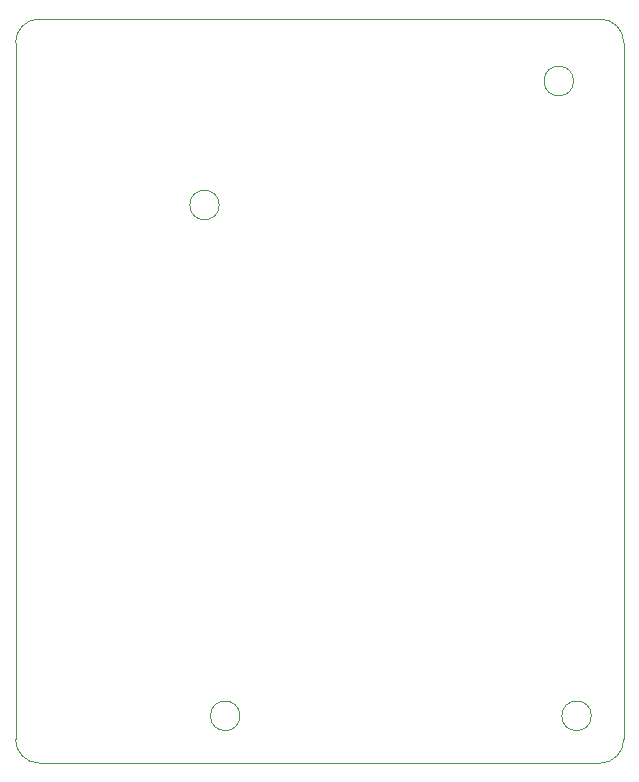
<source format=gbr>
%TF.GenerationSoftware,KiCad,Pcbnew,9.0.6*%
%TF.CreationDate,2025-12-10T20:15:34-10:00*%
%TF.ProjectId,PCB,5043422e-6b69-4636-9164-5f7063625858,rev?*%
%TF.SameCoordinates,Original*%
%TF.FileFunction,Profile,NP*%
%FSLAX46Y46*%
G04 Gerber Fmt 4.6, Leading zero omitted, Abs format (unit mm)*
G04 Created by KiCad (PCBNEW 9.0.6) date 2025-12-10 20:15:34*
%MOMM*%
%LPD*%
G01*
G04 APERTURE LIST*
%TA.AperFunction,Profile*%
%ADD10C,0.050000*%
%TD*%
G04 APERTURE END LIST*
D10*
X63750000Y-58000000D02*
G75*
G02*
X61250000Y-58000000I-1250000J0D01*
G01*
X61250000Y-58000000D02*
G75*
G02*
X63750000Y-58000000I1250000J0D01*
G01*
X96000000Y-42250000D02*
X48500000Y-42250000D01*
X98000000Y-103250000D02*
G75*
G02*
X96000000Y-105250000I-2000000J0D01*
G01*
X98000000Y-103250000D02*
X98000000Y-44250000D01*
X96000000Y-42250000D02*
G75*
G02*
X98000000Y-44250000I0J-2000000D01*
G01*
X93750000Y-47500000D02*
G75*
G02*
X91250000Y-47500000I-1250000J0D01*
G01*
X91250000Y-47500000D02*
G75*
G02*
X93750000Y-47500000I1250000J0D01*
G01*
X48500000Y-105250000D02*
G75*
G02*
X46500000Y-103250000I0J2000000D01*
G01*
X46500000Y-44250000D02*
G75*
G02*
X48500000Y-42250000I2000000J0D01*
G01*
X65500000Y-101250000D02*
G75*
G02*
X63000000Y-101250000I-1250000J0D01*
G01*
X63000000Y-101250000D02*
G75*
G02*
X65500000Y-101250000I1250000J0D01*
G01*
X95250000Y-101250000D02*
G75*
G02*
X92750000Y-101250000I-1250000J0D01*
G01*
X92750000Y-101250000D02*
G75*
G02*
X95250000Y-101250000I1250000J0D01*
G01*
X46500000Y-44250000D02*
X46500000Y-103250000D01*
X48500000Y-105250000D02*
X96000000Y-105250000D01*
M02*

</source>
